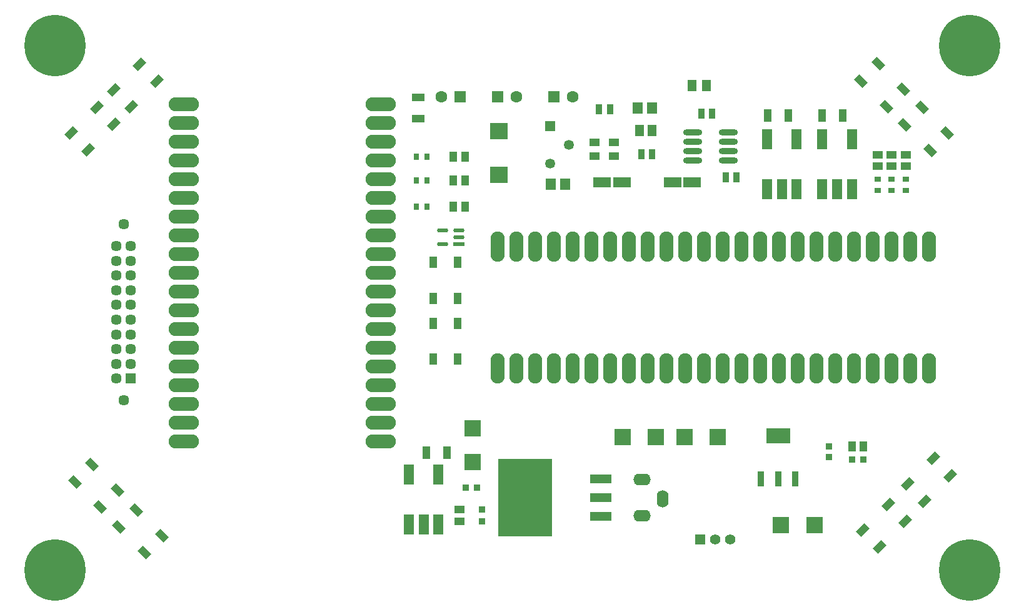
<source format=gts>
G04*
G04 #@! TF.GenerationSoftware,Altium Limited,Altium Designer,21.2.0 (30)*
G04*
G04 Layer_Color=8388736*
%FSLAX25Y25*%
%MOIN*%
G70*
G04*
G04 #@! TF.SameCoordinates,74D48CB8-E722-4D7A-A080-E4722F553172*
G04*
G04*
G04 #@! TF.FilePolarity,Negative*
G04*
G01*
G75*
G04:AMPARAMS|DCode=15|XSize=59.26mil|YSize=22.53mil|CornerRadius=11.26mil|HoleSize=0mil|Usage=FLASHONLY|Rotation=180.000|XOffset=0mil|YOffset=0mil|HoleType=Round|Shape=RoundedRectangle|*
%AMROUNDEDRECTD15*
21,1,0.05926,0.00000,0,0,180.0*
21,1,0.03674,0.02253,0,0,180.0*
1,1,0.02253,-0.01837,0.00000*
1,1,0.02253,0.01837,0.00000*
1,1,0.02253,0.01837,0.00000*
1,1,0.02253,-0.01837,0.00000*
%
%ADD15ROUNDEDRECTD15*%
%ADD16R,0.05926X0.02253*%
%ADD21R,0.05512X0.10827*%
%ADD23R,0.03740X0.08465*%
%ADD24R,0.12795X0.08465*%
%ADD30R,0.03740X0.05315*%
%ADD31R,0.03775X0.03591*%
%ADD39R,0.03591X0.03775*%
%ADD41R,0.06544X0.04166*%
%ADD42R,0.04166X0.06544*%
G04:AMPARAMS|DCode=47|XSize=62.99mil|YSize=39.37mil|CornerRadius=0mil|HoleSize=0mil|Usage=FLASHONLY|Rotation=45.000|XOffset=0mil|YOffset=0mil|HoleType=Round|Shape=Rectangle|*
%AMROTATEDRECTD47*
4,1,4,-0.00835,-0.03619,-0.03619,-0.00835,0.00835,0.03619,0.03619,0.00835,-0.00835,-0.03619,0.0*
%
%ADD47ROTATEDRECTD47*%

G04:AMPARAMS|DCode=48|XSize=62.99mil|YSize=39.37mil|CornerRadius=0mil|HoleSize=0mil|Usage=FLASHONLY|Rotation=315.000|XOffset=0mil|YOffset=0mil|HoleType=Round|Shape=Rectangle|*
%AMROTATEDRECTD48*
4,1,4,-0.03619,0.00835,-0.00835,0.03619,0.03619,-0.00835,0.00835,-0.03619,-0.03619,0.00835,0.0*
%
%ADD48ROTATEDRECTD48*%

%ADD49R,0.03937X0.06299*%
%ADD50R,0.05118X0.06102*%
%ADD51O,0.10236X0.03150*%
G04:AMPARAMS|DCode=52|XSize=74.8mil|YSize=161.42mil|CornerRadius=37.4mil|HoleSize=0mil|Usage=FLASHONLY|Rotation=270.000|XOffset=0mil|YOffset=0mil|HoleType=Round|Shape=RoundedRectangle|*
%AMROUNDEDRECTD52*
21,1,0.07480,0.08661,0,0,270.0*
21,1,0.00000,0.16142,0,0,270.0*
1,1,0.07480,-0.04331,0.00000*
1,1,0.07480,-0.04331,0.00000*
1,1,0.07480,0.04331,0.00000*
1,1,0.07480,0.04331,0.00000*
%
%ADD52ROUNDEDRECTD52*%
%ADD53R,0.03543X0.02756*%
%ADD54R,0.05709X0.04134*%
%ADD55R,0.09646X0.05709*%
%ADD56R,0.05709X0.04331*%
%ADD57R,0.09055X0.08858*%
%ADD58R,0.03543X0.03543*%
%ADD59R,0.28740X0.41732*%
%ADD60R,0.11614X0.04528*%
%ADD61R,0.08858X0.09055*%
G04:AMPARAMS|DCode=62|XSize=74.8mil|YSize=161.42mil|CornerRadius=37.4mil|HoleSize=0mil|Usage=FLASHONLY|Rotation=0.000|XOffset=0mil|YOffset=0mil|HoleType=Round|Shape=RoundedRectangle|*
%AMROUNDEDRECTD62*
21,1,0.07480,0.08661,0,0,0.0*
21,1,0.00000,0.16142,0,0,0.0*
1,1,0.07480,0.00000,-0.04331*
1,1,0.07480,0.00000,-0.04331*
1,1,0.07480,0.00000,0.04331*
1,1,0.07480,0.00000,0.04331*
%
%ADD62ROUNDEDRECTD62*%
%ADD63R,0.03543X0.03543*%
%ADD64R,0.04134X0.05709*%
%ADD65R,0.02756X0.03543*%
%ADD66R,0.09646X0.09055*%
%ADD67R,0.05709X0.06496*%
%ADD68R,0.04921X0.06102*%
%ADD69C,0.32677*%
%ADD70R,0.05512X0.05512*%
%ADD71C,0.05512*%
%ADD72C,0.06299*%
%ADD73R,0.06299X0.06299*%
%ADD74C,0.05709*%
%ADD75R,0.05709X0.05709*%
%ADD76O,0.09252X0.06299*%
%ADD77O,0.06299X0.09252*%
%ADD78R,0.05315X0.05315*%
%ADD79C,0.05315*%
D15*
X206667Y173760D02*
D03*
Y181240D02*
D03*
X215333D02*
D03*
Y177500D02*
D03*
D16*
Y173760D02*
D03*
D21*
X409126Y203213D02*
D03*
X417000D02*
D03*
X424874D02*
D03*
X409126Y229787D02*
D03*
X424874D02*
D03*
X379626Y203213D02*
D03*
X387500D02*
D03*
X395374D02*
D03*
X379626Y229787D02*
D03*
X395374D02*
D03*
X188626Y24213D02*
D03*
X196500D02*
D03*
X204374D02*
D03*
X188626Y50787D02*
D03*
X204374D02*
D03*
D23*
X376445Y48583D02*
D03*
X385500D02*
D03*
X394555D02*
D03*
D24*
X385500Y71417D02*
D03*
D30*
X295905Y246000D02*
D03*
X290000D02*
D03*
X344547Y243500D02*
D03*
X350453D02*
D03*
X357547Y209500D02*
D03*
X363453D02*
D03*
X318406Y222000D02*
D03*
X312500D02*
D03*
D31*
X219139Y44000D02*
D03*
X224861D02*
D03*
D39*
X412500Y65861D02*
D03*
Y60139D02*
D03*
D41*
X193500Y252118D02*
D03*
Y240882D02*
D03*
D42*
X420118Y242500D02*
D03*
X408882D02*
D03*
X391118D02*
D03*
X379882D02*
D03*
X197882Y62500D02*
D03*
X209118D02*
D03*
D47*
X454586Y45773D02*
D03*
X463773Y36586D02*
D03*
X477414Y50227D02*
D03*
X468227Y59414D02*
D03*
X54242Y260763D02*
D03*
X45055Y269950D02*
D03*
X31414Y256308D02*
D03*
X40601Y247122D02*
D03*
X31414Y237727D02*
D03*
X22227Y246914D02*
D03*
X8586Y233273D02*
D03*
X17773Y224086D02*
D03*
X430586Y21273D02*
D03*
X439773Y12086D02*
D03*
X453414Y25727D02*
D03*
X444227Y34914D02*
D03*
D48*
X19687Y56187D02*
D03*
X10500Y47000D02*
D03*
X24141Y33359D02*
D03*
X33328Y42546D02*
D03*
X43273Y31914D02*
D03*
X34086Y22727D02*
D03*
X47727Y9086D02*
D03*
X56914Y18273D02*
D03*
X466631Y223854D02*
D03*
X475818Y233041D02*
D03*
X462177Y246682D02*
D03*
X452990Y237495D02*
D03*
X443296Y247188D02*
D03*
X452483Y256375D02*
D03*
X438842Y270016D02*
D03*
X429655Y260829D02*
D03*
D49*
X201504Y112354D02*
D03*
X214496D02*
D03*
Y131646D02*
D03*
X201504D02*
D03*
Y144854D02*
D03*
X214496D02*
D03*
Y164146D02*
D03*
X201504D02*
D03*
D50*
X339563Y258500D02*
D03*
X347437D02*
D03*
D51*
X359146Y218500D02*
D03*
Y223500D02*
D03*
Y228500D02*
D03*
Y233500D02*
D03*
X339854Y218500D02*
D03*
Y223500D02*
D03*
Y228500D02*
D03*
Y233500D02*
D03*
D52*
X173500Y248500D02*
D03*
Y238500D02*
D03*
Y228500D02*
D03*
Y218500D02*
D03*
Y208500D02*
D03*
Y198500D02*
D03*
Y188500D02*
D03*
Y178500D02*
D03*
Y168500D02*
D03*
Y158500D02*
D03*
Y148500D02*
D03*
Y138500D02*
D03*
Y128500D02*
D03*
Y118500D02*
D03*
Y108500D02*
D03*
X68500Y248500D02*
D03*
Y238500D02*
D03*
Y228500D02*
D03*
Y218500D02*
D03*
Y208500D02*
D03*
Y198500D02*
D03*
Y188500D02*
D03*
Y178500D02*
D03*
Y168500D02*
D03*
Y158500D02*
D03*
Y148500D02*
D03*
Y138500D02*
D03*
Y128500D02*
D03*
Y118500D02*
D03*
Y108500D02*
D03*
Y98500D02*
D03*
Y88500D02*
D03*
Y78500D02*
D03*
Y68500D02*
D03*
X173500Y98500D02*
D03*
Y88500D02*
D03*
Y78500D02*
D03*
Y68500D02*
D03*
D53*
X438500Y202646D02*
D03*
Y208354D02*
D03*
X446000Y202646D02*
D03*
Y208354D02*
D03*
X453500Y202646D02*
D03*
Y208354D02*
D03*
D54*
X438500Y215449D02*
D03*
Y221551D02*
D03*
X446000Y215449D02*
D03*
Y221551D02*
D03*
X453500Y215449D02*
D03*
Y221551D02*
D03*
X215500Y32051D02*
D03*
Y25949D02*
D03*
D55*
X329283Y207000D02*
D03*
X339717D02*
D03*
X302217D02*
D03*
X291783D02*
D03*
D56*
X298000Y220957D02*
D03*
Y228043D02*
D03*
X287500Y228043D02*
D03*
Y220957D02*
D03*
D57*
X302543Y71000D02*
D03*
X320457D02*
D03*
X404957Y24000D02*
D03*
X387043D02*
D03*
X353457Y71000D02*
D03*
X335543D02*
D03*
D58*
X227500Y25850D02*
D03*
Y32150D02*
D03*
D59*
X250752Y38500D02*
D03*
D60*
X290910Y48500D02*
D03*
Y38500D02*
D03*
Y28500D02*
D03*
D61*
X222500Y57543D02*
D03*
Y75457D02*
D03*
D62*
X326000Y172500D02*
D03*
X466000Y107500D02*
D03*
X456000D02*
D03*
X446000D02*
D03*
X326000D02*
D03*
X316000D02*
D03*
X306000D02*
D03*
X296000D02*
D03*
X286000D02*
D03*
X276000D02*
D03*
X266000D02*
D03*
X256000D02*
D03*
X246000D02*
D03*
X236000D02*
D03*
Y172500D02*
D03*
X246000D02*
D03*
X256000D02*
D03*
X266000D02*
D03*
X276000D02*
D03*
X286000D02*
D03*
X296000D02*
D03*
X306000D02*
D03*
X316000D02*
D03*
X436000Y107500D02*
D03*
X426000D02*
D03*
X416000D02*
D03*
X406000D02*
D03*
X396000D02*
D03*
X386000D02*
D03*
X376000D02*
D03*
X366000D02*
D03*
X356000D02*
D03*
X346000D02*
D03*
X336000D02*
D03*
Y172500D02*
D03*
X346000D02*
D03*
X466000D02*
D03*
X456000D02*
D03*
X356000D02*
D03*
X366000D02*
D03*
X376000D02*
D03*
X386000D02*
D03*
X396000D02*
D03*
X406000D02*
D03*
X416000D02*
D03*
X426000D02*
D03*
X436000D02*
D03*
X446000D02*
D03*
D63*
X431150Y59000D02*
D03*
X424850D02*
D03*
D64*
X424949Y66000D02*
D03*
X431051D02*
D03*
X218551Y220500D02*
D03*
X212449D02*
D03*
X218551Y208000D02*
D03*
X212449D02*
D03*
X218551Y194000D02*
D03*
X212449D02*
D03*
D65*
X192646Y220500D02*
D03*
X198354D02*
D03*
X192646Y208000D02*
D03*
X198354D02*
D03*
X192646Y194000D02*
D03*
X198354D02*
D03*
D66*
X236500Y210984D02*
D03*
Y234016D02*
D03*
D67*
X264161Y206000D02*
D03*
X271839D02*
D03*
X310661Y246500D02*
D03*
X318339D02*
D03*
D68*
X311555Y234500D02*
D03*
X318445D02*
D03*
D69*
X0Y280000D02*
D03*
X487500D02*
D03*
Y0D02*
D03*
X0D02*
D03*
D70*
X344126Y16165D02*
D03*
D71*
X352000D02*
D03*
X359874D02*
D03*
D72*
X206000Y252500D02*
D03*
X246000D02*
D03*
X276000D02*
D03*
D73*
X216000D02*
D03*
X236000D02*
D03*
X266000D02*
D03*
D74*
X32563Y172882D02*
D03*
X40437D02*
D03*
X32563Y165008D02*
D03*
Y157134D02*
D03*
X40437Y165008D02*
D03*
Y157134D02*
D03*
X36500Y184398D02*
D03*
X40437Y141386D02*
D03*
Y149260D02*
D03*
X32563Y141386D02*
D03*
Y149260D02*
D03*
X36500Y90500D02*
D03*
X32563Y102016D02*
D03*
Y133512D02*
D03*
Y125638D02*
D03*
Y117764D02*
D03*
Y109890D02*
D03*
X40437Y133512D02*
D03*
Y125638D02*
D03*
Y117764D02*
D03*
Y109890D02*
D03*
D75*
Y102016D02*
D03*
D76*
X313000Y48063D02*
D03*
Y28772D02*
D03*
D77*
X324024Y37827D02*
D03*
D78*
X264138Y237000D02*
D03*
D79*
X274138Y227000D02*
D03*
X264138Y217000D02*
D03*
M02*

</source>
